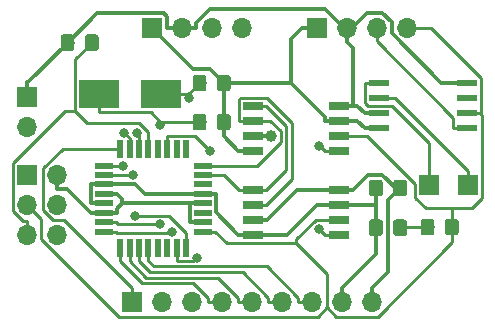
<source format=gtl>
G04 #@! TF.GenerationSoftware,KiCad,Pcbnew,(5.1.2)-1*
G04 #@! TF.CreationDate,2019-05-20T21:13:43-04:00*
G04 #@! TF.ProjectId,DuinoClone,4475696e-6f43-46c6-9f6e-652e6b696361,1*
G04 #@! TF.SameCoordinates,Original*
G04 #@! TF.FileFunction,Copper,L1,Top*
G04 #@! TF.FilePolarity,Positive*
%FSLAX46Y46*%
G04 Gerber Fmt 4.6, Leading zero omitted, Abs format (unit mm)*
G04 Created by KiCad (PCBNEW (5.1.2)-1) date 2019-05-20 21:13:43*
%MOMM*%
%LPD*%
G04 APERTURE LIST*
%ADD10R,1.700000X1.700000*%
%ADD11O,1.700000X1.700000*%
%ADD12C,0.100000*%
%ADD13C,1.150000*%
%ADD14R,1.750000X0.550000*%
%ADD15R,1.700000X0.650000*%
%ADD16R,0.550000X1.500000*%
%ADD17R,1.500000X0.550000*%
%ADD18R,1.750000X1.800000*%
%ADD19R,3.500000X2.400000*%
%ADD20C,1.000000*%
%ADD21C,0.800000*%
%ADD22C,0.300000*%
%ADD23C,0.250000*%
G04 APERTURE END LIST*
D10*
X82804000Y-91440000D03*
D11*
X82804000Y-93980000D03*
D12*
G36*
X97749505Y-92900204D02*
G01*
X97773773Y-92903804D01*
X97797572Y-92909765D01*
X97820671Y-92918030D01*
X97842850Y-92928520D01*
X97863893Y-92941132D01*
X97883599Y-92955747D01*
X97901777Y-92972223D01*
X97918253Y-92990401D01*
X97932868Y-93010107D01*
X97945480Y-93031150D01*
X97955970Y-93053329D01*
X97964235Y-93076428D01*
X97970196Y-93100227D01*
X97973796Y-93124495D01*
X97975000Y-93148999D01*
X97975000Y-94049001D01*
X97973796Y-94073505D01*
X97970196Y-94097773D01*
X97964235Y-94121572D01*
X97955970Y-94144671D01*
X97945480Y-94166850D01*
X97932868Y-94187893D01*
X97918253Y-94207599D01*
X97901777Y-94225777D01*
X97883599Y-94242253D01*
X97863893Y-94256868D01*
X97842850Y-94269480D01*
X97820671Y-94279970D01*
X97797572Y-94288235D01*
X97773773Y-94294196D01*
X97749505Y-94297796D01*
X97725001Y-94299000D01*
X97074999Y-94299000D01*
X97050495Y-94297796D01*
X97026227Y-94294196D01*
X97002428Y-94288235D01*
X96979329Y-94279970D01*
X96957150Y-94269480D01*
X96936107Y-94256868D01*
X96916401Y-94242253D01*
X96898223Y-94225777D01*
X96881747Y-94207599D01*
X96867132Y-94187893D01*
X96854520Y-94166850D01*
X96844030Y-94144671D01*
X96835765Y-94121572D01*
X96829804Y-94097773D01*
X96826204Y-94073505D01*
X96825000Y-94049001D01*
X96825000Y-93148999D01*
X96826204Y-93124495D01*
X96829804Y-93100227D01*
X96835765Y-93076428D01*
X96844030Y-93053329D01*
X96854520Y-93031150D01*
X96867132Y-93010107D01*
X96881747Y-92990401D01*
X96898223Y-92972223D01*
X96916401Y-92955747D01*
X96936107Y-92941132D01*
X96957150Y-92928520D01*
X96979329Y-92918030D01*
X97002428Y-92909765D01*
X97026227Y-92903804D01*
X97050495Y-92900204D01*
X97074999Y-92899000D01*
X97725001Y-92899000D01*
X97749505Y-92900204D01*
X97749505Y-92900204D01*
G37*
D13*
X97400000Y-93599000D03*
D12*
G36*
X99799505Y-92900204D02*
G01*
X99823773Y-92903804D01*
X99847572Y-92909765D01*
X99870671Y-92918030D01*
X99892850Y-92928520D01*
X99913893Y-92941132D01*
X99933599Y-92955747D01*
X99951777Y-92972223D01*
X99968253Y-92990401D01*
X99982868Y-93010107D01*
X99995480Y-93031150D01*
X100005970Y-93053329D01*
X100014235Y-93076428D01*
X100020196Y-93100227D01*
X100023796Y-93124495D01*
X100025000Y-93148999D01*
X100025000Y-94049001D01*
X100023796Y-94073505D01*
X100020196Y-94097773D01*
X100014235Y-94121572D01*
X100005970Y-94144671D01*
X99995480Y-94166850D01*
X99982868Y-94187893D01*
X99968253Y-94207599D01*
X99951777Y-94225777D01*
X99933599Y-94242253D01*
X99913893Y-94256868D01*
X99892850Y-94269480D01*
X99870671Y-94279970D01*
X99847572Y-94288235D01*
X99823773Y-94294196D01*
X99799505Y-94297796D01*
X99775001Y-94299000D01*
X99124999Y-94299000D01*
X99100495Y-94297796D01*
X99076227Y-94294196D01*
X99052428Y-94288235D01*
X99029329Y-94279970D01*
X99007150Y-94269480D01*
X98986107Y-94256868D01*
X98966401Y-94242253D01*
X98948223Y-94225777D01*
X98931747Y-94207599D01*
X98917132Y-94187893D01*
X98904520Y-94166850D01*
X98894030Y-94144671D01*
X98885765Y-94121572D01*
X98879804Y-94097773D01*
X98876204Y-94073505D01*
X98875000Y-94049001D01*
X98875000Y-93148999D01*
X98876204Y-93124495D01*
X98879804Y-93100227D01*
X98885765Y-93076428D01*
X98894030Y-93053329D01*
X98904520Y-93031150D01*
X98917132Y-93010107D01*
X98931747Y-92990401D01*
X98948223Y-92972223D01*
X98966401Y-92955747D01*
X98986107Y-92941132D01*
X99007150Y-92928520D01*
X99029329Y-92918030D01*
X99052428Y-92909765D01*
X99076227Y-92903804D01*
X99100495Y-92900204D01*
X99124999Y-92899000D01*
X99775001Y-92899000D01*
X99799505Y-92900204D01*
X99799505Y-92900204D01*
G37*
D13*
X99450000Y-93599000D03*
D12*
G36*
X99799505Y-89598204D02*
G01*
X99823773Y-89601804D01*
X99847572Y-89607765D01*
X99870671Y-89616030D01*
X99892850Y-89626520D01*
X99913893Y-89639132D01*
X99933599Y-89653747D01*
X99951777Y-89670223D01*
X99968253Y-89688401D01*
X99982868Y-89708107D01*
X99995480Y-89729150D01*
X100005970Y-89751329D01*
X100014235Y-89774428D01*
X100020196Y-89798227D01*
X100023796Y-89822495D01*
X100025000Y-89846999D01*
X100025000Y-90747001D01*
X100023796Y-90771505D01*
X100020196Y-90795773D01*
X100014235Y-90819572D01*
X100005970Y-90842671D01*
X99995480Y-90864850D01*
X99982868Y-90885893D01*
X99968253Y-90905599D01*
X99951777Y-90923777D01*
X99933599Y-90940253D01*
X99913893Y-90954868D01*
X99892850Y-90967480D01*
X99870671Y-90977970D01*
X99847572Y-90986235D01*
X99823773Y-90992196D01*
X99799505Y-90995796D01*
X99775001Y-90997000D01*
X99124999Y-90997000D01*
X99100495Y-90995796D01*
X99076227Y-90992196D01*
X99052428Y-90986235D01*
X99029329Y-90977970D01*
X99007150Y-90967480D01*
X98986107Y-90954868D01*
X98966401Y-90940253D01*
X98948223Y-90923777D01*
X98931747Y-90905599D01*
X98917132Y-90885893D01*
X98904520Y-90864850D01*
X98894030Y-90842671D01*
X98885765Y-90819572D01*
X98879804Y-90795773D01*
X98876204Y-90771505D01*
X98875000Y-90747001D01*
X98875000Y-89846999D01*
X98876204Y-89822495D01*
X98879804Y-89798227D01*
X98885765Y-89774428D01*
X98894030Y-89751329D01*
X98904520Y-89729150D01*
X98917132Y-89708107D01*
X98931747Y-89688401D01*
X98948223Y-89670223D01*
X98966401Y-89653747D01*
X98986107Y-89639132D01*
X99007150Y-89626520D01*
X99029329Y-89616030D01*
X99052428Y-89607765D01*
X99076227Y-89601804D01*
X99100495Y-89598204D01*
X99124999Y-89597000D01*
X99775001Y-89597000D01*
X99799505Y-89598204D01*
X99799505Y-89598204D01*
G37*
D13*
X99450000Y-90297000D03*
D12*
G36*
X97749505Y-89598204D02*
G01*
X97773773Y-89601804D01*
X97797572Y-89607765D01*
X97820671Y-89616030D01*
X97842850Y-89626520D01*
X97863893Y-89639132D01*
X97883599Y-89653747D01*
X97901777Y-89670223D01*
X97918253Y-89688401D01*
X97932868Y-89708107D01*
X97945480Y-89729150D01*
X97955970Y-89751329D01*
X97964235Y-89774428D01*
X97970196Y-89798227D01*
X97973796Y-89822495D01*
X97975000Y-89846999D01*
X97975000Y-90747001D01*
X97973796Y-90771505D01*
X97970196Y-90795773D01*
X97964235Y-90819572D01*
X97955970Y-90842671D01*
X97945480Y-90864850D01*
X97932868Y-90885893D01*
X97918253Y-90905599D01*
X97901777Y-90923777D01*
X97883599Y-90940253D01*
X97863893Y-90954868D01*
X97842850Y-90967480D01*
X97820671Y-90977970D01*
X97797572Y-90986235D01*
X97773773Y-90992196D01*
X97749505Y-90995796D01*
X97725001Y-90997000D01*
X97074999Y-90997000D01*
X97050495Y-90995796D01*
X97026227Y-90992196D01*
X97002428Y-90986235D01*
X96979329Y-90977970D01*
X96957150Y-90967480D01*
X96936107Y-90954868D01*
X96916401Y-90940253D01*
X96898223Y-90923777D01*
X96881747Y-90905599D01*
X96867132Y-90885893D01*
X96854520Y-90864850D01*
X96844030Y-90842671D01*
X96835765Y-90819572D01*
X96829804Y-90795773D01*
X96826204Y-90771505D01*
X96825000Y-90747001D01*
X96825000Y-89846999D01*
X96826204Y-89822495D01*
X96829804Y-89798227D01*
X96835765Y-89774428D01*
X96844030Y-89751329D01*
X96854520Y-89729150D01*
X96867132Y-89708107D01*
X96881747Y-89688401D01*
X96898223Y-89670223D01*
X96916401Y-89653747D01*
X96936107Y-89639132D01*
X96957150Y-89626520D01*
X96979329Y-89616030D01*
X97002428Y-89607765D01*
X97026227Y-89601804D01*
X97050495Y-89598204D01*
X97074999Y-89597000D01*
X97725001Y-89597000D01*
X97749505Y-89598204D01*
X97749505Y-89598204D01*
G37*
D13*
X97400000Y-90297000D03*
D12*
G36*
X114726505Y-98484204D02*
G01*
X114750773Y-98487804D01*
X114774572Y-98493765D01*
X114797671Y-98502030D01*
X114819850Y-98512520D01*
X114840893Y-98525132D01*
X114860599Y-98539747D01*
X114878777Y-98556223D01*
X114895253Y-98574401D01*
X114909868Y-98594107D01*
X114922480Y-98615150D01*
X114932970Y-98637329D01*
X114941235Y-98660428D01*
X114947196Y-98684227D01*
X114950796Y-98708495D01*
X114952000Y-98732999D01*
X114952000Y-99633001D01*
X114950796Y-99657505D01*
X114947196Y-99681773D01*
X114941235Y-99705572D01*
X114932970Y-99728671D01*
X114922480Y-99750850D01*
X114909868Y-99771893D01*
X114895253Y-99791599D01*
X114878777Y-99809777D01*
X114860599Y-99826253D01*
X114840893Y-99840868D01*
X114819850Y-99853480D01*
X114797671Y-99863970D01*
X114774572Y-99872235D01*
X114750773Y-99878196D01*
X114726505Y-99881796D01*
X114702001Y-99883000D01*
X114051999Y-99883000D01*
X114027495Y-99881796D01*
X114003227Y-99878196D01*
X113979428Y-99872235D01*
X113956329Y-99863970D01*
X113934150Y-99853480D01*
X113913107Y-99840868D01*
X113893401Y-99826253D01*
X113875223Y-99809777D01*
X113858747Y-99791599D01*
X113844132Y-99771893D01*
X113831520Y-99750850D01*
X113821030Y-99728671D01*
X113812765Y-99705572D01*
X113806804Y-99681773D01*
X113803204Y-99657505D01*
X113802000Y-99633001D01*
X113802000Y-98732999D01*
X113803204Y-98708495D01*
X113806804Y-98684227D01*
X113812765Y-98660428D01*
X113821030Y-98637329D01*
X113831520Y-98615150D01*
X113844132Y-98594107D01*
X113858747Y-98574401D01*
X113875223Y-98556223D01*
X113893401Y-98539747D01*
X113913107Y-98525132D01*
X113934150Y-98512520D01*
X113956329Y-98502030D01*
X113979428Y-98493765D01*
X114003227Y-98487804D01*
X114027495Y-98484204D01*
X114051999Y-98483000D01*
X114702001Y-98483000D01*
X114726505Y-98484204D01*
X114726505Y-98484204D01*
G37*
D13*
X114377000Y-99183000D03*
D12*
G36*
X112676505Y-98484204D02*
G01*
X112700773Y-98487804D01*
X112724572Y-98493765D01*
X112747671Y-98502030D01*
X112769850Y-98512520D01*
X112790893Y-98525132D01*
X112810599Y-98539747D01*
X112828777Y-98556223D01*
X112845253Y-98574401D01*
X112859868Y-98594107D01*
X112872480Y-98615150D01*
X112882970Y-98637329D01*
X112891235Y-98660428D01*
X112897196Y-98684227D01*
X112900796Y-98708495D01*
X112902000Y-98732999D01*
X112902000Y-99633001D01*
X112900796Y-99657505D01*
X112897196Y-99681773D01*
X112891235Y-99705572D01*
X112882970Y-99728671D01*
X112872480Y-99750850D01*
X112859868Y-99771893D01*
X112845253Y-99791599D01*
X112828777Y-99809777D01*
X112810599Y-99826253D01*
X112790893Y-99840868D01*
X112769850Y-99853480D01*
X112747671Y-99863970D01*
X112724572Y-99872235D01*
X112700773Y-99878196D01*
X112676505Y-99881796D01*
X112652001Y-99883000D01*
X112001999Y-99883000D01*
X111977495Y-99881796D01*
X111953227Y-99878196D01*
X111929428Y-99872235D01*
X111906329Y-99863970D01*
X111884150Y-99853480D01*
X111863107Y-99840868D01*
X111843401Y-99826253D01*
X111825223Y-99809777D01*
X111808747Y-99791599D01*
X111794132Y-99771893D01*
X111781520Y-99750850D01*
X111771030Y-99728671D01*
X111762765Y-99705572D01*
X111756804Y-99681773D01*
X111753204Y-99657505D01*
X111752000Y-99633001D01*
X111752000Y-98732999D01*
X111753204Y-98708495D01*
X111756804Y-98684227D01*
X111762765Y-98660428D01*
X111771030Y-98637329D01*
X111781520Y-98615150D01*
X111794132Y-98594107D01*
X111808747Y-98574401D01*
X111825223Y-98556223D01*
X111843401Y-98539747D01*
X111863107Y-98525132D01*
X111884150Y-98512520D01*
X111906329Y-98502030D01*
X111929428Y-98493765D01*
X111953227Y-98487804D01*
X111977495Y-98484204D01*
X112001999Y-98483000D01*
X112652001Y-98483000D01*
X112676505Y-98484204D01*
X112676505Y-98484204D01*
G37*
D13*
X112327000Y-99183000D03*
D12*
G36*
X117053505Y-101790204D02*
G01*
X117077773Y-101793804D01*
X117101572Y-101799765D01*
X117124671Y-101808030D01*
X117146850Y-101818520D01*
X117167893Y-101831132D01*
X117187599Y-101845747D01*
X117205777Y-101862223D01*
X117222253Y-101880401D01*
X117236868Y-101900107D01*
X117249480Y-101921150D01*
X117259970Y-101943329D01*
X117268235Y-101966428D01*
X117274196Y-101990227D01*
X117277796Y-102014495D01*
X117279000Y-102038999D01*
X117279000Y-102939001D01*
X117277796Y-102963505D01*
X117274196Y-102987773D01*
X117268235Y-103011572D01*
X117259970Y-103034671D01*
X117249480Y-103056850D01*
X117236868Y-103077893D01*
X117222253Y-103097599D01*
X117205777Y-103115777D01*
X117187599Y-103132253D01*
X117167893Y-103146868D01*
X117146850Y-103159480D01*
X117124671Y-103169970D01*
X117101572Y-103178235D01*
X117077773Y-103184196D01*
X117053505Y-103187796D01*
X117029001Y-103189000D01*
X116378999Y-103189000D01*
X116354495Y-103187796D01*
X116330227Y-103184196D01*
X116306428Y-103178235D01*
X116283329Y-103169970D01*
X116261150Y-103159480D01*
X116240107Y-103146868D01*
X116220401Y-103132253D01*
X116202223Y-103115777D01*
X116185747Y-103097599D01*
X116171132Y-103077893D01*
X116158520Y-103056850D01*
X116148030Y-103034671D01*
X116139765Y-103011572D01*
X116133804Y-102987773D01*
X116130204Y-102963505D01*
X116129000Y-102939001D01*
X116129000Y-102038999D01*
X116130204Y-102014495D01*
X116133804Y-101990227D01*
X116139765Y-101966428D01*
X116148030Y-101943329D01*
X116158520Y-101921150D01*
X116171132Y-101900107D01*
X116185747Y-101880401D01*
X116202223Y-101862223D01*
X116220401Y-101845747D01*
X116240107Y-101831132D01*
X116261150Y-101818520D01*
X116283329Y-101808030D01*
X116306428Y-101799765D01*
X116330227Y-101793804D01*
X116354495Y-101790204D01*
X116378999Y-101789000D01*
X117029001Y-101789000D01*
X117053505Y-101790204D01*
X117053505Y-101790204D01*
G37*
D13*
X116704000Y-102489000D03*
D12*
G36*
X119103505Y-101790204D02*
G01*
X119127773Y-101793804D01*
X119151572Y-101799765D01*
X119174671Y-101808030D01*
X119196850Y-101818520D01*
X119217893Y-101831132D01*
X119237599Y-101845747D01*
X119255777Y-101862223D01*
X119272253Y-101880401D01*
X119286868Y-101900107D01*
X119299480Y-101921150D01*
X119309970Y-101943329D01*
X119318235Y-101966428D01*
X119324196Y-101990227D01*
X119327796Y-102014495D01*
X119329000Y-102038999D01*
X119329000Y-102939001D01*
X119327796Y-102963505D01*
X119324196Y-102987773D01*
X119318235Y-103011572D01*
X119309970Y-103034671D01*
X119299480Y-103056850D01*
X119286868Y-103077893D01*
X119272253Y-103097599D01*
X119255777Y-103115777D01*
X119237599Y-103132253D01*
X119217893Y-103146868D01*
X119196850Y-103159480D01*
X119174671Y-103169970D01*
X119151572Y-103178235D01*
X119127773Y-103184196D01*
X119103505Y-103187796D01*
X119079001Y-103189000D01*
X118428999Y-103189000D01*
X118404495Y-103187796D01*
X118380227Y-103184196D01*
X118356428Y-103178235D01*
X118333329Y-103169970D01*
X118311150Y-103159480D01*
X118290107Y-103146868D01*
X118270401Y-103132253D01*
X118252223Y-103115777D01*
X118235747Y-103097599D01*
X118221132Y-103077893D01*
X118208520Y-103056850D01*
X118198030Y-103034671D01*
X118189765Y-103011572D01*
X118183804Y-102987773D01*
X118180204Y-102963505D01*
X118179000Y-102939001D01*
X118179000Y-102038999D01*
X118180204Y-102014495D01*
X118183804Y-101990227D01*
X118189765Y-101966428D01*
X118198030Y-101943329D01*
X118208520Y-101921150D01*
X118221132Y-101900107D01*
X118235747Y-101880401D01*
X118252223Y-101862223D01*
X118270401Y-101845747D01*
X118290107Y-101831132D01*
X118311150Y-101818520D01*
X118333329Y-101808030D01*
X118356428Y-101799765D01*
X118380227Y-101793804D01*
X118404495Y-101790204D01*
X118428999Y-101789000D01*
X119079001Y-101789000D01*
X119103505Y-101790204D01*
X119103505Y-101790204D01*
G37*
D13*
X118754000Y-102489000D03*
D10*
X91694000Y-108839000D03*
D11*
X94234000Y-108839000D03*
X96774000Y-108839000D03*
X99314000Y-108839000D03*
X101854000Y-108839000D03*
X104394000Y-108839000D03*
X106934000Y-108839000D03*
X109474000Y-108839000D03*
X112014000Y-108839000D03*
D10*
X93345000Y-85598000D03*
D11*
X95885000Y-85598000D03*
X98425000Y-85598000D03*
X100965000Y-85598000D03*
D10*
X82804000Y-98044000D03*
D11*
X85344000Y-98044000D03*
X82804000Y-100584000D03*
X85344000Y-100584000D03*
X82804000Y-103124000D03*
X85344000Y-103124000D03*
X114935000Y-85598000D03*
X112395000Y-85598000D03*
X109855000Y-85598000D03*
D10*
X107315000Y-85598000D03*
D12*
G36*
X114726505Y-101835204D02*
G01*
X114750773Y-101838804D01*
X114774572Y-101844765D01*
X114797671Y-101853030D01*
X114819850Y-101863520D01*
X114840893Y-101876132D01*
X114860599Y-101890747D01*
X114878777Y-101907223D01*
X114895253Y-101925401D01*
X114909868Y-101945107D01*
X114922480Y-101966150D01*
X114932970Y-101988329D01*
X114941235Y-102011428D01*
X114947196Y-102035227D01*
X114950796Y-102059495D01*
X114952000Y-102083999D01*
X114952000Y-102984001D01*
X114950796Y-103008505D01*
X114947196Y-103032773D01*
X114941235Y-103056572D01*
X114932970Y-103079671D01*
X114922480Y-103101850D01*
X114909868Y-103122893D01*
X114895253Y-103142599D01*
X114878777Y-103160777D01*
X114860599Y-103177253D01*
X114840893Y-103191868D01*
X114819850Y-103204480D01*
X114797671Y-103214970D01*
X114774572Y-103223235D01*
X114750773Y-103229196D01*
X114726505Y-103232796D01*
X114702001Y-103234000D01*
X114051999Y-103234000D01*
X114027495Y-103232796D01*
X114003227Y-103229196D01*
X113979428Y-103223235D01*
X113956329Y-103214970D01*
X113934150Y-103204480D01*
X113913107Y-103191868D01*
X113893401Y-103177253D01*
X113875223Y-103160777D01*
X113858747Y-103142599D01*
X113844132Y-103122893D01*
X113831520Y-103101850D01*
X113821030Y-103079671D01*
X113812765Y-103056572D01*
X113806804Y-103032773D01*
X113803204Y-103008505D01*
X113802000Y-102984001D01*
X113802000Y-102083999D01*
X113803204Y-102059495D01*
X113806804Y-102035227D01*
X113812765Y-102011428D01*
X113821030Y-101988329D01*
X113831520Y-101966150D01*
X113844132Y-101945107D01*
X113858747Y-101925401D01*
X113875223Y-101907223D01*
X113893401Y-101890747D01*
X113913107Y-101876132D01*
X113934150Y-101863520D01*
X113956329Y-101853030D01*
X113979428Y-101844765D01*
X114003227Y-101838804D01*
X114027495Y-101835204D01*
X114051999Y-101834000D01*
X114702001Y-101834000D01*
X114726505Y-101835204D01*
X114726505Y-101835204D01*
G37*
D13*
X114377000Y-102534000D03*
D12*
G36*
X112676505Y-101835204D02*
G01*
X112700773Y-101838804D01*
X112724572Y-101844765D01*
X112747671Y-101853030D01*
X112769850Y-101863520D01*
X112790893Y-101876132D01*
X112810599Y-101890747D01*
X112828777Y-101907223D01*
X112845253Y-101925401D01*
X112859868Y-101945107D01*
X112872480Y-101966150D01*
X112882970Y-101988329D01*
X112891235Y-102011428D01*
X112897196Y-102035227D01*
X112900796Y-102059495D01*
X112902000Y-102083999D01*
X112902000Y-102984001D01*
X112900796Y-103008505D01*
X112897196Y-103032773D01*
X112891235Y-103056572D01*
X112882970Y-103079671D01*
X112872480Y-103101850D01*
X112859868Y-103122893D01*
X112845253Y-103142599D01*
X112828777Y-103160777D01*
X112810599Y-103177253D01*
X112790893Y-103191868D01*
X112769850Y-103204480D01*
X112747671Y-103214970D01*
X112724572Y-103223235D01*
X112700773Y-103229196D01*
X112676505Y-103232796D01*
X112652001Y-103234000D01*
X112001999Y-103234000D01*
X111977495Y-103232796D01*
X111953227Y-103229196D01*
X111929428Y-103223235D01*
X111906329Y-103214970D01*
X111884150Y-103204480D01*
X111863107Y-103191868D01*
X111843401Y-103177253D01*
X111825223Y-103160777D01*
X111808747Y-103142599D01*
X111794132Y-103122893D01*
X111781520Y-103101850D01*
X111771030Y-103079671D01*
X111762765Y-103056572D01*
X111756804Y-103032773D01*
X111753204Y-103008505D01*
X111752000Y-102984001D01*
X111752000Y-102083999D01*
X111753204Y-102059495D01*
X111756804Y-102035227D01*
X111762765Y-102011428D01*
X111771030Y-101988329D01*
X111781520Y-101966150D01*
X111794132Y-101945107D01*
X111808747Y-101925401D01*
X111825223Y-101907223D01*
X111843401Y-101890747D01*
X111863107Y-101876132D01*
X111884150Y-101863520D01*
X111906329Y-101853030D01*
X111929428Y-101844765D01*
X111953227Y-101838804D01*
X111977495Y-101835204D01*
X112001999Y-101834000D01*
X112652001Y-101834000D01*
X112676505Y-101835204D01*
X112676505Y-101835204D01*
G37*
D13*
X112327000Y-102534000D03*
D12*
G36*
X86573505Y-86169204D02*
G01*
X86597773Y-86172804D01*
X86621572Y-86178765D01*
X86644671Y-86187030D01*
X86666850Y-86197520D01*
X86687893Y-86210132D01*
X86707599Y-86224747D01*
X86725777Y-86241223D01*
X86742253Y-86259401D01*
X86756868Y-86279107D01*
X86769480Y-86300150D01*
X86779970Y-86322329D01*
X86788235Y-86345428D01*
X86794196Y-86369227D01*
X86797796Y-86393495D01*
X86799000Y-86417999D01*
X86799000Y-87318001D01*
X86797796Y-87342505D01*
X86794196Y-87366773D01*
X86788235Y-87390572D01*
X86779970Y-87413671D01*
X86769480Y-87435850D01*
X86756868Y-87456893D01*
X86742253Y-87476599D01*
X86725777Y-87494777D01*
X86707599Y-87511253D01*
X86687893Y-87525868D01*
X86666850Y-87538480D01*
X86644671Y-87548970D01*
X86621572Y-87557235D01*
X86597773Y-87563196D01*
X86573505Y-87566796D01*
X86549001Y-87568000D01*
X85898999Y-87568000D01*
X85874495Y-87566796D01*
X85850227Y-87563196D01*
X85826428Y-87557235D01*
X85803329Y-87548970D01*
X85781150Y-87538480D01*
X85760107Y-87525868D01*
X85740401Y-87511253D01*
X85722223Y-87494777D01*
X85705747Y-87476599D01*
X85691132Y-87456893D01*
X85678520Y-87435850D01*
X85668030Y-87413671D01*
X85659765Y-87390572D01*
X85653804Y-87366773D01*
X85650204Y-87342505D01*
X85649000Y-87318001D01*
X85649000Y-86417999D01*
X85650204Y-86393495D01*
X85653804Y-86369227D01*
X85659765Y-86345428D01*
X85668030Y-86322329D01*
X85678520Y-86300150D01*
X85691132Y-86279107D01*
X85705747Y-86259401D01*
X85722223Y-86241223D01*
X85740401Y-86224747D01*
X85760107Y-86210132D01*
X85781150Y-86197520D01*
X85803329Y-86187030D01*
X85826428Y-86178765D01*
X85850227Y-86172804D01*
X85874495Y-86169204D01*
X85898999Y-86168000D01*
X86549001Y-86168000D01*
X86573505Y-86169204D01*
X86573505Y-86169204D01*
G37*
D13*
X86224000Y-86868000D03*
D12*
G36*
X88623505Y-86169204D02*
G01*
X88647773Y-86172804D01*
X88671572Y-86178765D01*
X88694671Y-86187030D01*
X88716850Y-86197520D01*
X88737893Y-86210132D01*
X88757599Y-86224747D01*
X88775777Y-86241223D01*
X88792253Y-86259401D01*
X88806868Y-86279107D01*
X88819480Y-86300150D01*
X88829970Y-86322329D01*
X88838235Y-86345428D01*
X88844196Y-86369227D01*
X88847796Y-86393495D01*
X88849000Y-86417999D01*
X88849000Y-87318001D01*
X88847796Y-87342505D01*
X88844196Y-87366773D01*
X88838235Y-87390572D01*
X88829970Y-87413671D01*
X88819480Y-87435850D01*
X88806868Y-87456893D01*
X88792253Y-87476599D01*
X88775777Y-87494777D01*
X88757599Y-87511253D01*
X88737893Y-87525868D01*
X88716850Y-87538480D01*
X88694671Y-87548970D01*
X88671572Y-87557235D01*
X88647773Y-87563196D01*
X88623505Y-87566796D01*
X88599001Y-87568000D01*
X87948999Y-87568000D01*
X87924495Y-87566796D01*
X87900227Y-87563196D01*
X87876428Y-87557235D01*
X87853329Y-87548970D01*
X87831150Y-87538480D01*
X87810107Y-87525868D01*
X87790401Y-87511253D01*
X87772223Y-87494777D01*
X87755747Y-87476599D01*
X87741132Y-87456893D01*
X87728520Y-87435850D01*
X87718030Y-87413671D01*
X87709765Y-87390572D01*
X87703804Y-87366773D01*
X87700204Y-87342505D01*
X87699000Y-87318001D01*
X87699000Y-86417999D01*
X87700204Y-86393495D01*
X87703804Y-86369227D01*
X87709765Y-86345428D01*
X87718030Y-86322329D01*
X87728520Y-86300150D01*
X87741132Y-86279107D01*
X87755747Y-86259401D01*
X87772223Y-86241223D01*
X87790401Y-86224747D01*
X87810107Y-86210132D01*
X87831150Y-86197520D01*
X87853329Y-86187030D01*
X87876428Y-86178765D01*
X87900227Y-86172804D01*
X87924495Y-86169204D01*
X87948999Y-86168000D01*
X88599001Y-86168000D01*
X88623505Y-86169204D01*
X88623505Y-86169204D01*
G37*
D13*
X88274000Y-86868000D03*
D14*
X112632000Y-90297000D03*
X112632000Y-91567000D03*
X112632000Y-92837000D03*
X112632000Y-94107000D03*
X120032000Y-94107000D03*
X120032000Y-92837000D03*
X120032000Y-91567000D03*
X120032000Y-90297000D03*
D15*
X101887000Y-92202000D03*
X101887000Y-93472000D03*
X101887000Y-94742000D03*
X101887000Y-96012000D03*
X109187000Y-96012000D03*
X109187000Y-94742000D03*
X109187000Y-93472000D03*
X109187000Y-92202000D03*
X109187000Y-99314000D03*
X109187000Y-100584000D03*
X109187000Y-101854000D03*
X109187000Y-103124000D03*
X101887000Y-103124000D03*
X101887000Y-101854000D03*
X101887000Y-100584000D03*
X101887000Y-99314000D03*
D16*
X90672000Y-104276000D03*
D17*
X89272000Y-97276000D03*
X89272000Y-98076000D03*
X89272000Y-98876000D03*
X89272000Y-99676000D03*
X89272000Y-100476000D03*
X89272000Y-101276000D03*
X89272000Y-102076000D03*
X89272000Y-102876000D03*
D16*
X91472000Y-104276000D03*
X92272000Y-104276000D03*
X93072000Y-104276000D03*
X93872000Y-104276000D03*
X94672000Y-104276000D03*
X95472000Y-104276000D03*
X96272000Y-104276000D03*
D17*
X97672000Y-102876000D03*
X97672000Y-102076000D03*
X97672000Y-101276000D03*
X97672000Y-100476000D03*
X97672000Y-99676000D03*
X97672000Y-98876000D03*
X97672000Y-98076000D03*
X97672000Y-97276000D03*
D16*
X96272000Y-95876000D03*
X95472000Y-95876000D03*
X94672000Y-95876000D03*
X93872000Y-95876000D03*
X93072000Y-95876000D03*
X92272000Y-95876000D03*
X91472000Y-95876000D03*
X90672000Y-95876000D03*
D18*
X116866000Y-98933000D03*
X120116000Y-98933000D03*
D19*
X88923000Y-91247000D03*
X94123000Y-91247000D03*
D20*
X103459100Y-94742000D03*
D21*
X94093300Y-102249100D03*
X94077500Y-93880700D03*
X96495100Y-91543800D03*
X95083000Y-102914100D03*
X90900900Y-97288500D03*
X91804700Y-98076000D03*
X92111700Y-94510800D03*
X91018300Y-94520700D03*
X91943100Y-101517900D03*
X97165600Y-105062700D03*
X98310500Y-96081900D03*
X107487500Y-95618200D03*
X107483800Y-102651100D03*
D22*
X89272000Y-101276000D02*
X90372300Y-101276000D01*
X90840000Y-100476000D02*
X90372300Y-100943700D01*
X90372300Y-100943700D02*
X90372300Y-101276000D01*
X90372300Y-99676000D02*
X90840000Y-100143700D01*
X90840000Y-100143700D02*
X90840000Y-100476000D01*
X90840000Y-100476000D02*
X96571700Y-100476000D01*
X85344000Y-98044000D02*
X85344000Y-99244300D01*
X89272000Y-101276000D02*
X88171700Y-101276000D01*
X88171700Y-101276000D02*
X86140000Y-99244300D01*
X86140000Y-99244300D02*
X85344000Y-99244300D01*
X96571700Y-100476000D02*
X96571700Y-102076000D01*
X97672000Y-102076000D02*
X96571700Y-102076000D01*
X109187000Y-99314000D02*
X110387300Y-99314000D01*
X114182000Y-99378000D02*
X112870800Y-98066800D01*
X112870800Y-98066800D02*
X111634500Y-98066800D01*
X111634500Y-98066800D02*
X110387300Y-99314000D01*
X114182000Y-99378000D02*
X113352000Y-100208000D01*
X113352000Y-100208000D02*
X113352000Y-106300700D01*
X113352000Y-106300700D02*
X112014000Y-107638700D01*
X114377000Y-99183000D02*
X114182000Y-99378000D01*
X108887000Y-99314000D02*
X109187000Y-99314000D01*
X89272000Y-99676000D02*
X90372300Y-99676000D01*
X108887000Y-99314000D02*
X107986700Y-99314000D01*
X103087300Y-94742000D02*
X103459100Y-94742000D01*
X109953200Y-85974800D02*
X111571300Y-84356700D01*
X111571300Y-84356700D02*
X112863600Y-84356700D01*
X112863600Y-84356700D02*
X113665000Y-85158100D01*
X113665000Y-85158100D02*
X113665000Y-86080700D01*
X113665000Y-86080700D02*
X117881300Y-90297000D01*
X117881300Y-90297000D02*
X120032000Y-90297000D01*
X109855000Y-86073000D02*
X109953200Y-85974800D01*
X109953200Y-85974800D02*
X108025200Y-84046900D01*
X108025200Y-84046900D02*
X98263300Y-84046900D01*
X98263300Y-84046900D02*
X97085300Y-85224900D01*
X97085300Y-85224900D02*
X97085300Y-85598000D01*
X95885000Y-85598000D02*
X97085300Y-85598000D01*
X109855000Y-86073000D02*
X109855000Y-86798300D01*
X109855000Y-85598000D02*
X109855000Y-86073000D01*
X101887000Y-94742000D02*
X103087300Y-94742000D01*
X103087300Y-101854000D02*
X105627300Y-99314000D01*
X105627300Y-99314000D02*
X107986700Y-99314000D01*
X86224000Y-86868000D02*
X88706800Y-84385200D01*
X88706800Y-84385200D02*
X94408600Y-84385200D01*
X94408600Y-84385200D02*
X94684700Y-84661300D01*
X94684700Y-84661300D02*
X94684700Y-85598000D01*
X82804000Y-90239700D02*
X82852300Y-90239700D01*
X82852300Y-90239700D02*
X86224000Y-86868000D01*
X95885000Y-85598000D02*
X94684700Y-85598000D01*
X110387300Y-92202000D02*
X110387300Y-87330600D01*
X110387300Y-87330600D02*
X109855000Y-86798300D01*
X82804000Y-91440000D02*
X82804000Y-90239700D01*
X110387300Y-92202000D02*
X110771700Y-92202000D01*
X110771700Y-92202000D02*
X111406700Y-92837000D01*
X112632000Y-92837000D02*
X111406700Y-92837000D01*
X109187000Y-92202000D02*
X110387300Y-92202000D01*
X97672000Y-100476000D02*
X96571700Y-100476000D01*
X101887000Y-101854000D02*
X103087300Y-101854000D01*
X112014000Y-108839000D02*
X112014000Y-107638700D01*
X101887000Y-103124000D02*
X100686700Y-103124000D01*
X97672000Y-99676000D02*
X98772300Y-99676000D01*
X98772300Y-99676000D02*
X98772300Y-101209600D01*
X98772300Y-101209600D02*
X100686700Y-103124000D01*
X89272000Y-98876000D02*
X91961500Y-98876000D01*
X91961500Y-98876000D02*
X92761500Y-99676000D01*
X92761500Y-99676000D02*
X97672000Y-99676000D01*
X89272000Y-100476000D02*
X88171700Y-100476000D01*
X89272000Y-98876000D02*
X88171700Y-98876000D01*
X88171700Y-98876000D02*
X88171700Y-100476000D01*
X112327000Y-100584000D02*
X112327000Y-99183000D01*
X112327000Y-102534000D02*
X112327000Y-100584000D01*
X112327000Y-100584000D02*
X110387300Y-100584000D01*
X109187000Y-100584000D02*
X110387300Y-100584000D01*
X112504600Y-94107000D02*
X112632000Y-94107000D01*
X112504600Y-94107000D02*
X111406700Y-94107000D01*
X101887000Y-96012000D02*
X100686700Y-96012000D01*
X99450000Y-93599000D02*
X99450000Y-94775300D01*
X99450000Y-94775300D02*
X100686700Y-96012000D01*
X99450000Y-90297000D02*
X99450000Y-93599000D01*
X93345000Y-85598000D02*
X96869100Y-89122100D01*
X96869100Y-89122100D02*
X98275100Y-89122100D01*
X98275100Y-89122100D02*
X99450000Y-90297000D01*
X109474000Y-107638700D02*
X112327000Y-104785700D01*
X112327000Y-104785700D02*
X112327000Y-102534000D01*
X109187000Y-93472000D02*
X107986700Y-93472000D01*
X105117600Y-90297000D02*
X99450000Y-90297000D01*
X107986700Y-93472000D02*
X107986700Y-93166100D01*
X107986700Y-93166100D02*
X105117600Y-90297000D01*
X106114700Y-85598000D02*
X105117600Y-86595100D01*
X105117600Y-86595100D02*
X105117600Y-90297000D01*
X111406700Y-94107000D02*
X110771700Y-93472000D01*
X110771700Y-93472000D02*
X109187000Y-93472000D01*
X107315000Y-85598000D02*
X106114700Y-85598000D01*
X101887000Y-103124000D02*
X104784900Y-103124000D01*
X104784900Y-103124000D02*
X107324900Y-100584000D01*
X107324900Y-100584000D02*
X109187000Y-100584000D01*
X109474000Y-108839000D02*
X109474000Y-107638700D01*
D23*
X94077500Y-93599000D02*
X94077500Y-93880700D01*
X94077500Y-93599000D02*
X93250800Y-92772300D01*
X93250800Y-92772300D02*
X88923000Y-92772300D01*
X97400000Y-93599000D02*
X94077500Y-93599000D01*
X89272000Y-102076000D02*
X90347300Y-102076000D01*
X94093300Y-102249100D02*
X90520400Y-102249100D01*
X90520400Y-102249100D02*
X90347300Y-102076000D01*
X88923000Y-91247000D02*
X88923000Y-92772300D01*
X96495100Y-91543800D02*
X96198300Y-91247000D01*
X89272000Y-102876000D02*
X90347300Y-102876000D01*
X90347300Y-102876000D02*
X90451600Y-102980300D01*
X90451600Y-102980300D02*
X95016800Y-102980300D01*
X95016800Y-102980300D02*
X95083000Y-102914100D01*
X96198300Y-91247000D02*
X96450000Y-91247000D01*
X96450000Y-91247000D02*
X97400000Y-90297000D01*
X94123000Y-91247000D02*
X96198300Y-91247000D01*
X116704000Y-102489000D02*
X114422000Y-102489000D01*
X114422000Y-102489000D02*
X114377000Y-102534000D01*
X108204000Y-109286000D02*
X108978200Y-110060200D01*
X108978200Y-110060200D02*
X112481100Y-110060200D01*
X112481100Y-110060200D02*
X118754000Y-103787300D01*
X118754000Y-103787300D02*
X118754000Y-102489000D01*
X105591300Y-103824400D02*
X108204000Y-106437100D01*
X108204000Y-106437100D02*
X108204000Y-109286000D01*
X108204000Y-109286000D02*
X107412200Y-110077800D01*
X107412200Y-110077800D02*
X90614000Y-110077800D01*
X90614000Y-110077800D02*
X83989800Y-103453600D01*
X83989800Y-103453600D02*
X83989800Y-101769800D01*
X83989800Y-101769800D02*
X82804000Y-100584000D01*
X105591300Y-103824400D02*
X99695700Y-103824400D01*
X99695700Y-103824400D02*
X98747300Y-102876000D01*
X108011700Y-101854000D02*
X107255200Y-101854000D01*
X107255200Y-101854000D02*
X105591300Y-103517900D01*
X105591300Y-103517900D02*
X105591300Y-103824400D01*
X118754000Y-100857900D02*
X116539400Y-100857900D01*
X116539400Y-100857900D02*
X115665600Y-99984100D01*
X115665600Y-99984100D02*
X115665600Y-98864100D01*
X115665600Y-98864100D02*
X111543500Y-94742000D01*
X111543500Y-94742000D02*
X109187000Y-94742000D01*
X121119700Y-92837000D02*
X121316300Y-93033600D01*
X121316300Y-93033600D02*
X121316300Y-100027900D01*
X121316300Y-100027900D02*
X120486300Y-100857900D01*
X120486300Y-100857900D02*
X118754000Y-100857900D01*
X118754000Y-100857900D02*
X118754000Y-102489000D01*
X109187000Y-101854000D02*
X108011700Y-101854000D01*
X120597200Y-92837000D02*
X121119700Y-92837000D01*
X120032000Y-92837000D02*
X120361200Y-92837000D01*
X120361200Y-92837000D02*
X120597200Y-92837000D01*
X121119700Y-92837000D02*
X121232300Y-92724400D01*
X121232300Y-92724400D02*
X121232300Y-89850600D01*
X121232300Y-89850600D02*
X116979700Y-85598000D01*
X116979700Y-85598000D02*
X114935000Y-85598000D01*
X97672000Y-102876000D02*
X98747300Y-102876000D01*
X91694000Y-108839000D02*
X91694000Y-107663700D01*
X90672000Y-95876000D02*
X85807000Y-95876000D01*
X85807000Y-95876000D02*
X84165800Y-97517200D01*
X84165800Y-97517200D02*
X84165800Y-101068500D01*
X84165800Y-101068500D02*
X84951300Y-101854000D01*
X84951300Y-101854000D02*
X85884300Y-101854000D01*
X85884300Y-101854000D02*
X91694000Y-107663700D01*
X89272000Y-97276000D02*
X90347300Y-97276000D01*
X90347300Y-97276000D02*
X90359800Y-97288500D01*
X90359800Y-97288500D02*
X90900900Y-97288500D01*
X89272000Y-98076000D02*
X91804700Y-98076000D01*
X98138700Y-108839000D02*
X98138700Y-108471600D01*
X98138700Y-108471600D02*
X96880500Y-107213400D01*
X96880500Y-107213400D02*
X92534100Y-107213400D01*
X92534100Y-107213400D02*
X90672000Y-105351300D01*
X99314000Y-108839000D02*
X98138700Y-108839000D01*
X90672000Y-104276000D02*
X90672000Y-105351300D01*
X100678700Y-108839000D02*
X100678700Y-108471700D01*
X100678700Y-108471700D02*
X98970100Y-106763100D01*
X98970100Y-106763100D02*
X92883800Y-106763100D01*
X92883800Y-106763100D02*
X91472000Y-105351300D01*
X101854000Y-108839000D02*
X100678700Y-108839000D01*
X91472000Y-104276000D02*
X91472000Y-105351300D01*
X103218700Y-108839000D02*
X103218700Y-108471700D01*
X103218700Y-108471700D02*
X101059800Y-106312800D01*
X101059800Y-106312800D02*
X93233500Y-106312800D01*
X93233500Y-106312800D02*
X92272000Y-105351300D01*
X92272000Y-104276000D02*
X92272000Y-105351300D01*
X104394000Y-108839000D02*
X103218700Y-108839000D01*
X105758700Y-108839000D02*
X105758700Y-108471700D01*
X105758700Y-108471700D02*
X103088700Y-105801700D01*
X103088700Y-105801700D02*
X93522400Y-105801700D01*
X93522400Y-105801700D02*
X93072000Y-105351300D01*
X106934000Y-108839000D02*
X105758700Y-108839000D01*
X93072000Y-104276000D02*
X93072000Y-105351300D01*
X92272000Y-95876000D02*
X92272000Y-94800700D01*
X92272000Y-94800700D02*
X92111700Y-94640400D01*
X92111700Y-94640400D02*
X92111700Y-94510800D01*
X91472000Y-95876000D02*
X91472000Y-94974400D01*
X91472000Y-94974400D02*
X91018300Y-94520700D01*
X96272000Y-103200700D02*
X96272000Y-102976300D01*
X96272000Y-102976300D02*
X94813600Y-101517900D01*
X94813600Y-101517900D02*
X91943100Y-101517900D01*
X96272000Y-104276000D02*
X96272000Y-103200700D01*
X95472000Y-104276000D02*
X95472000Y-105351300D01*
X95472000Y-105351300D02*
X96877000Y-105351300D01*
X96877000Y-105351300D02*
X97165600Y-105062700D01*
X93072000Y-94800700D02*
X93072000Y-94440700D01*
X93072000Y-94440700D02*
X92292200Y-93660900D01*
X92292200Y-93660900D02*
X87833600Y-93660900D01*
X87833600Y-93660900D02*
X86847600Y-92674900D01*
X82804000Y-103124000D02*
X82804000Y-101948700D01*
X82804000Y-101948700D02*
X82436700Y-101948700D01*
X82436700Y-101948700D02*
X81628600Y-101140600D01*
X81628600Y-101140600D02*
X81628600Y-97026600D01*
X81628600Y-97026600D02*
X85980300Y-92674900D01*
X85980300Y-92674900D02*
X86847600Y-92674900D01*
X86847600Y-92674900D02*
X86847600Y-88294400D01*
X86847600Y-88294400D02*
X88274000Y-86868000D01*
X93072000Y-95876000D02*
X93072000Y-94800700D01*
X94672000Y-95876000D02*
X94672000Y-94800700D01*
X94672000Y-94800700D02*
X97029300Y-94800700D01*
X97029300Y-94800700D02*
X98310500Y-96081900D01*
X108011700Y-96012000D02*
X107617900Y-95618200D01*
X107617900Y-95618200D02*
X107487500Y-95618200D01*
X109187000Y-96012000D02*
X108011700Y-96012000D01*
X109187000Y-103124000D02*
X108011700Y-103124000D01*
X107483800Y-102651100D02*
X107538800Y-102651100D01*
X107538800Y-102651100D02*
X108011700Y-103124000D01*
X112395000Y-86773300D02*
X118831700Y-93210000D01*
X118831700Y-93210000D02*
X118831700Y-94107000D01*
X112395000Y-85598000D02*
X112395000Y-86773300D01*
X120032000Y-94107000D02*
X118831700Y-94107000D01*
X112632000Y-90297000D02*
X111431700Y-90297000D01*
X116866000Y-98933000D02*
X116866000Y-95401100D01*
X116866000Y-95401100D02*
X113701500Y-92236600D01*
X113701500Y-92236600D02*
X111666500Y-92236600D01*
X111666500Y-92236600D02*
X111431700Y-92001800D01*
X111431700Y-92001800D02*
X111431700Y-90297000D01*
X120116000Y-98933000D02*
X120116000Y-97707700D01*
X120116000Y-97707700D02*
X113975300Y-91567000D01*
X113975300Y-91567000D02*
X112632000Y-91567000D01*
X101887000Y-99314000D02*
X100711700Y-99314000D01*
X97672000Y-98076000D02*
X99473700Y-98076000D01*
X99473700Y-98076000D02*
X100711700Y-99314000D01*
X103062300Y-99314000D02*
X104755500Y-97620800D01*
X104755500Y-97620800D02*
X104755500Y-93895200D01*
X104755500Y-93895200D02*
X103062300Y-92202000D01*
X101887000Y-92202000D02*
X103062300Y-92202000D01*
X101887000Y-99314000D02*
X103062300Y-99314000D01*
X97672000Y-97276000D02*
X102275600Y-97276000D01*
X102275600Y-97276000D02*
X104284500Y-95267100D01*
X104284500Y-95267100D02*
X104284500Y-94374600D01*
X104284500Y-94374600D02*
X103381900Y-93472000D01*
X103381900Y-93472000D02*
X101887000Y-93472000D01*
X103062300Y-100584000D02*
X105205800Y-98440500D01*
X105205800Y-98440500D02*
X105205800Y-93632000D01*
X105205800Y-93632000D02*
X103124500Y-91550700D01*
X103124500Y-91550700D02*
X100864900Y-91550700D01*
X100864900Y-91550700D02*
X100711700Y-91703900D01*
X100711700Y-91703900D02*
X100711700Y-93472000D01*
X101299400Y-93472000D02*
X101887000Y-93472000D01*
X101299400Y-93472000D02*
X100711700Y-93472000D01*
X101887000Y-100584000D02*
X103062300Y-100584000D01*
M02*

</source>
